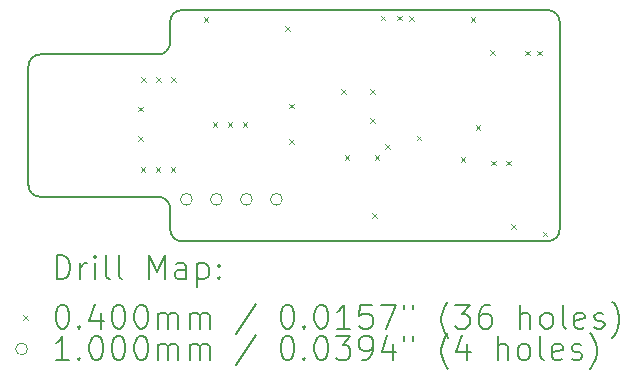
<source format=gbr>
%TF.GenerationSoftware,KiCad,Pcbnew,7.0.2-6a45011f42~172~ubuntu20.04.1*%
%TF.CreationDate,2023-04-23T21:35:08-07:00*%
%TF.ProjectId,SX1280_USB_Adapter,53583132-3830-45f5-9553-425f41646170,rev?*%
%TF.SameCoordinates,Original*%
%TF.FileFunction,Drillmap*%
%TF.FilePolarity,Positive*%
%FSLAX45Y45*%
G04 Gerber Fmt 4.5, Leading zero omitted, Abs format (unit mm)*
G04 Created by KiCad (PCBNEW 7.0.2-6a45011f42~172~ubuntu20.04.1) date 2023-04-23 21:35:08*
%MOMM*%
%LPD*%
G01*
G04 APERTURE LIST*
%ADD10C,0.150000*%
%ADD11C,0.200000*%
%ADD12C,0.040000*%
%ADD13C,0.100000*%
G04 APERTURE END LIST*
D10*
X9773489Y-10811599D02*
G75*
G03*
X9673489Y-10911599I1J-100001D01*
G01*
X10873491Y-12293599D02*
G75*
G03*
X10973489Y-12393599I99999J-1D01*
G01*
X10873489Y-10711599D02*
X10873489Y-10536599D01*
X14071600Y-10436599D02*
X10973489Y-10436599D01*
X10773489Y-10811599D02*
G75*
G03*
X10873489Y-10711599I1J99999D01*
G01*
X9673489Y-10911599D02*
X9673489Y-11917599D01*
X14071600Y-12393599D02*
X10973489Y-12393599D01*
X14171601Y-10536599D02*
G75*
G03*
X14071600Y-10436599I-100001J-1D01*
G01*
X10773489Y-12017599D02*
X9773489Y-12017599D01*
X10873491Y-12117599D02*
G75*
G03*
X10773489Y-12017599I-100001J-1D01*
G01*
X9673491Y-11917599D02*
G75*
G03*
X9773489Y-12017599I99999J-1D01*
G01*
X10973489Y-10436599D02*
G75*
G03*
X10873489Y-10536599I1J-100001D01*
G01*
X9773489Y-10811599D02*
X10773489Y-10811599D01*
X14071600Y-12393600D02*
G75*
G03*
X14171600Y-12293599I0J100000D01*
G01*
X10873489Y-12117599D02*
X10873489Y-12293599D01*
X14171600Y-12293599D02*
X14171600Y-10536599D01*
D11*
D12*
X10604600Y-11254600D02*
X10644600Y-11294600D01*
X10644600Y-11254600D02*
X10604600Y-11294600D01*
X10605000Y-11505000D02*
X10645000Y-11545000D01*
X10645000Y-11505000D02*
X10605000Y-11545000D01*
X10622600Y-11765600D02*
X10662600Y-11805600D01*
X10662600Y-11765600D02*
X10622600Y-11805600D01*
X10630000Y-11005000D02*
X10670000Y-11045000D01*
X10670000Y-11005000D02*
X10630000Y-11045000D01*
X10749600Y-11765600D02*
X10789600Y-11805600D01*
X10789600Y-11765600D02*
X10749600Y-11805600D01*
X10755000Y-11005000D02*
X10795000Y-11045000D01*
X10795000Y-11005000D02*
X10755000Y-11045000D01*
X10876600Y-11765600D02*
X10916600Y-11805600D01*
X10916600Y-11765600D02*
X10876600Y-11805600D01*
X10880000Y-11005000D02*
X10920000Y-11045000D01*
X10920000Y-11005000D02*
X10880000Y-11045000D01*
X11155950Y-10495750D02*
X11195950Y-10535750D01*
X11195950Y-10495750D02*
X11155950Y-10535750D01*
X11232200Y-11384600D02*
X11272200Y-11424600D01*
X11272200Y-11384600D02*
X11232200Y-11424600D01*
X11359200Y-11384600D02*
X11399200Y-11424600D01*
X11399200Y-11384600D02*
X11359200Y-11424600D01*
X11486200Y-11384600D02*
X11526200Y-11424600D01*
X11526200Y-11384600D02*
X11486200Y-11424600D01*
X11850000Y-10570000D02*
X11890000Y-10610000D01*
X11890000Y-10570000D02*
X11850000Y-10610000D01*
X11880000Y-11230000D02*
X11920000Y-11270000D01*
X11920000Y-11230000D02*
X11880000Y-11270000D01*
X11880000Y-11530000D02*
X11920000Y-11570000D01*
X11920000Y-11530000D02*
X11880000Y-11570000D01*
X12320000Y-11105000D02*
X12360000Y-11145000D01*
X12360000Y-11105000D02*
X12320000Y-11145000D01*
X12349800Y-11664000D02*
X12389800Y-11704000D01*
X12389800Y-11664000D02*
X12349800Y-11704000D01*
X12565700Y-11105200D02*
X12605700Y-11145200D01*
X12605700Y-11105200D02*
X12565700Y-11145200D01*
X12567898Y-11348698D02*
X12607898Y-11388698D01*
X12607898Y-11348698D02*
X12567898Y-11388698D01*
X12582700Y-12155000D02*
X12622700Y-12195000D01*
X12622700Y-12155000D02*
X12582700Y-12195000D01*
X12603800Y-11664000D02*
X12643800Y-11704000D01*
X12643800Y-11664000D02*
X12603800Y-11704000D01*
X12654600Y-10482900D02*
X12694600Y-10522900D01*
X12694600Y-10482900D02*
X12654600Y-10522900D01*
X12693950Y-11573850D02*
X12733950Y-11613850D01*
X12733950Y-11573850D02*
X12693950Y-11613850D01*
X12794300Y-10482900D02*
X12834300Y-10522900D01*
X12834300Y-10482900D02*
X12794300Y-10522900D01*
X12895134Y-10485652D02*
X12935134Y-10525652D01*
X12935134Y-10485652D02*
X12895134Y-10525652D01*
X12959400Y-11498900D02*
X12999400Y-11538900D01*
X12999400Y-11498900D02*
X12959400Y-11538900D01*
X13334000Y-11680000D02*
X13374000Y-11720000D01*
X13374000Y-11680000D02*
X13334000Y-11720000D01*
X13416600Y-10495600D02*
X13456600Y-10535600D01*
X13456600Y-10495600D02*
X13416600Y-10535600D01*
X13461000Y-11410000D02*
X13501000Y-11450000D01*
X13501000Y-11410000D02*
X13461000Y-11450000D01*
X13580000Y-10777550D02*
X13620000Y-10817550D01*
X13620000Y-10777550D02*
X13580000Y-10817550D01*
X13589294Y-11710655D02*
X13629294Y-11750655D01*
X13629294Y-11710655D02*
X13589294Y-11750655D01*
X13717000Y-11710400D02*
X13757000Y-11750400D01*
X13757000Y-11710400D02*
X13717000Y-11750400D01*
X13759500Y-12250750D02*
X13799500Y-12290750D01*
X13799500Y-12250750D02*
X13759500Y-12290750D01*
X13880000Y-10780000D02*
X13920000Y-10820000D01*
X13920000Y-10780000D02*
X13880000Y-10820000D01*
X13980000Y-10780000D02*
X14020000Y-10820000D01*
X14020000Y-10780000D02*
X13980000Y-10820000D01*
X14026200Y-12311700D02*
X14066200Y-12351700D01*
X14066200Y-12311700D02*
X14026200Y-12351700D01*
D13*
X11060900Y-12039600D02*
G75*
G03*
X11060900Y-12039600I-50000J0D01*
G01*
X11314900Y-12039600D02*
G75*
G03*
X11314900Y-12039600I-50000J0D01*
G01*
X11568900Y-12039600D02*
G75*
G03*
X11568900Y-12039600I-50000J0D01*
G01*
X11822900Y-12039600D02*
G75*
G03*
X11822900Y-12039600I-50000J0D01*
G01*
D11*
X9913608Y-12713623D02*
X9913608Y-12513623D01*
X9913608Y-12513623D02*
X9961227Y-12513623D01*
X9961227Y-12513623D02*
X9989799Y-12523147D01*
X9989799Y-12523147D02*
X10008846Y-12542194D01*
X10008846Y-12542194D02*
X10018370Y-12561242D01*
X10018370Y-12561242D02*
X10027894Y-12599337D01*
X10027894Y-12599337D02*
X10027894Y-12627909D01*
X10027894Y-12627909D02*
X10018370Y-12666004D01*
X10018370Y-12666004D02*
X10008846Y-12685052D01*
X10008846Y-12685052D02*
X9989799Y-12704099D01*
X9989799Y-12704099D02*
X9961227Y-12713623D01*
X9961227Y-12713623D02*
X9913608Y-12713623D01*
X10113608Y-12713623D02*
X10113608Y-12580290D01*
X10113608Y-12618385D02*
X10123132Y-12599337D01*
X10123132Y-12599337D02*
X10132656Y-12589813D01*
X10132656Y-12589813D02*
X10151704Y-12580290D01*
X10151704Y-12580290D02*
X10170751Y-12580290D01*
X10237418Y-12713623D02*
X10237418Y-12580290D01*
X10237418Y-12513623D02*
X10227894Y-12523147D01*
X10227894Y-12523147D02*
X10237418Y-12532671D01*
X10237418Y-12532671D02*
X10246942Y-12523147D01*
X10246942Y-12523147D02*
X10237418Y-12513623D01*
X10237418Y-12513623D02*
X10237418Y-12532671D01*
X10361227Y-12713623D02*
X10342180Y-12704099D01*
X10342180Y-12704099D02*
X10332656Y-12685052D01*
X10332656Y-12685052D02*
X10332656Y-12513623D01*
X10465989Y-12713623D02*
X10446942Y-12704099D01*
X10446942Y-12704099D02*
X10437418Y-12685052D01*
X10437418Y-12685052D02*
X10437418Y-12513623D01*
X10694561Y-12713623D02*
X10694561Y-12513623D01*
X10694561Y-12513623D02*
X10761227Y-12656480D01*
X10761227Y-12656480D02*
X10827894Y-12513623D01*
X10827894Y-12513623D02*
X10827894Y-12713623D01*
X11008846Y-12713623D02*
X11008846Y-12608861D01*
X11008846Y-12608861D02*
X10999323Y-12589813D01*
X10999323Y-12589813D02*
X10980275Y-12580290D01*
X10980275Y-12580290D02*
X10942180Y-12580290D01*
X10942180Y-12580290D02*
X10923132Y-12589813D01*
X11008846Y-12704099D02*
X10989799Y-12713623D01*
X10989799Y-12713623D02*
X10942180Y-12713623D01*
X10942180Y-12713623D02*
X10923132Y-12704099D01*
X10923132Y-12704099D02*
X10913608Y-12685052D01*
X10913608Y-12685052D02*
X10913608Y-12666004D01*
X10913608Y-12666004D02*
X10923132Y-12646956D01*
X10923132Y-12646956D02*
X10942180Y-12637433D01*
X10942180Y-12637433D02*
X10989799Y-12637433D01*
X10989799Y-12637433D02*
X11008846Y-12627909D01*
X11104085Y-12580290D02*
X11104085Y-12780290D01*
X11104085Y-12589813D02*
X11123132Y-12580290D01*
X11123132Y-12580290D02*
X11161227Y-12580290D01*
X11161227Y-12580290D02*
X11180275Y-12589813D01*
X11180275Y-12589813D02*
X11189799Y-12599337D01*
X11189799Y-12599337D02*
X11199323Y-12618385D01*
X11199323Y-12618385D02*
X11199323Y-12675528D01*
X11199323Y-12675528D02*
X11189799Y-12694575D01*
X11189799Y-12694575D02*
X11180275Y-12704099D01*
X11180275Y-12704099D02*
X11161227Y-12713623D01*
X11161227Y-12713623D02*
X11123132Y-12713623D01*
X11123132Y-12713623D02*
X11104085Y-12704099D01*
X11285037Y-12694575D02*
X11294561Y-12704099D01*
X11294561Y-12704099D02*
X11285037Y-12713623D01*
X11285037Y-12713623D02*
X11275513Y-12704099D01*
X11275513Y-12704099D02*
X11285037Y-12694575D01*
X11285037Y-12694575D02*
X11285037Y-12713623D01*
X11285037Y-12589813D02*
X11294561Y-12599337D01*
X11294561Y-12599337D02*
X11285037Y-12608861D01*
X11285037Y-12608861D02*
X11275513Y-12599337D01*
X11275513Y-12599337D02*
X11285037Y-12589813D01*
X11285037Y-12589813D02*
X11285037Y-12608861D01*
D12*
X9625989Y-13021099D02*
X9665989Y-13061099D01*
X9665989Y-13021099D02*
X9625989Y-13061099D01*
D11*
X9951704Y-12933623D02*
X9970751Y-12933623D01*
X9970751Y-12933623D02*
X9989799Y-12943147D01*
X9989799Y-12943147D02*
X9999323Y-12952671D01*
X9999323Y-12952671D02*
X10008846Y-12971718D01*
X10008846Y-12971718D02*
X10018370Y-13009813D01*
X10018370Y-13009813D02*
X10018370Y-13057433D01*
X10018370Y-13057433D02*
X10008846Y-13095528D01*
X10008846Y-13095528D02*
X9999323Y-13114575D01*
X9999323Y-13114575D02*
X9989799Y-13124099D01*
X9989799Y-13124099D02*
X9970751Y-13133623D01*
X9970751Y-13133623D02*
X9951704Y-13133623D01*
X9951704Y-13133623D02*
X9932656Y-13124099D01*
X9932656Y-13124099D02*
X9923132Y-13114575D01*
X9923132Y-13114575D02*
X9913608Y-13095528D01*
X9913608Y-13095528D02*
X9904085Y-13057433D01*
X9904085Y-13057433D02*
X9904085Y-13009813D01*
X9904085Y-13009813D02*
X9913608Y-12971718D01*
X9913608Y-12971718D02*
X9923132Y-12952671D01*
X9923132Y-12952671D02*
X9932656Y-12943147D01*
X9932656Y-12943147D02*
X9951704Y-12933623D01*
X10104085Y-13114575D02*
X10113608Y-13124099D01*
X10113608Y-13124099D02*
X10104085Y-13133623D01*
X10104085Y-13133623D02*
X10094561Y-13124099D01*
X10094561Y-13124099D02*
X10104085Y-13114575D01*
X10104085Y-13114575D02*
X10104085Y-13133623D01*
X10285037Y-13000290D02*
X10285037Y-13133623D01*
X10237418Y-12924099D02*
X10189799Y-13066956D01*
X10189799Y-13066956D02*
X10313608Y-13066956D01*
X10427894Y-12933623D02*
X10446942Y-12933623D01*
X10446942Y-12933623D02*
X10465989Y-12943147D01*
X10465989Y-12943147D02*
X10475513Y-12952671D01*
X10475513Y-12952671D02*
X10485037Y-12971718D01*
X10485037Y-12971718D02*
X10494561Y-13009813D01*
X10494561Y-13009813D02*
X10494561Y-13057433D01*
X10494561Y-13057433D02*
X10485037Y-13095528D01*
X10485037Y-13095528D02*
X10475513Y-13114575D01*
X10475513Y-13114575D02*
X10465989Y-13124099D01*
X10465989Y-13124099D02*
X10446942Y-13133623D01*
X10446942Y-13133623D02*
X10427894Y-13133623D01*
X10427894Y-13133623D02*
X10408846Y-13124099D01*
X10408846Y-13124099D02*
X10399323Y-13114575D01*
X10399323Y-13114575D02*
X10389799Y-13095528D01*
X10389799Y-13095528D02*
X10380275Y-13057433D01*
X10380275Y-13057433D02*
X10380275Y-13009813D01*
X10380275Y-13009813D02*
X10389799Y-12971718D01*
X10389799Y-12971718D02*
X10399323Y-12952671D01*
X10399323Y-12952671D02*
X10408846Y-12943147D01*
X10408846Y-12943147D02*
X10427894Y-12933623D01*
X10618370Y-12933623D02*
X10637418Y-12933623D01*
X10637418Y-12933623D02*
X10656466Y-12943147D01*
X10656466Y-12943147D02*
X10665989Y-12952671D01*
X10665989Y-12952671D02*
X10675513Y-12971718D01*
X10675513Y-12971718D02*
X10685037Y-13009813D01*
X10685037Y-13009813D02*
X10685037Y-13057433D01*
X10685037Y-13057433D02*
X10675513Y-13095528D01*
X10675513Y-13095528D02*
X10665989Y-13114575D01*
X10665989Y-13114575D02*
X10656466Y-13124099D01*
X10656466Y-13124099D02*
X10637418Y-13133623D01*
X10637418Y-13133623D02*
X10618370Y-13133623D01*
X10618370Y-13133623D02*
X10599323Y-13124099D01*
X10599323Y-13124099D02*
X10589799Y-13114575D01*
X10589799Y-13114575D02*
X10580275Y-13095528D01*
X10580275Y-13095528D02*
X10570751Y-13057433D01*
X10570751Y-13057433D02*
X10570751Y-13009813D01*
X10570751Y-13009813D02*
X10580275Y-12971718D01*
X10580275Y-12971718D02*
X10589799Y-12952671D01*
X10589799Y-12952671D02*
X10599323Y-12943147D01*
X10599323Y-12943147D02*
X10618370Y-12933623D01*
X10770751Y-13133623D02*
X10770751Y-13000290D01*
X10770751Y-13019337D02*
X10780275Y-13009813D01*
X10780275Y-13009813D02*
X10799323Y-13000290D01*
X10799323Y-13000290D02*
X10827894Y-13000290D01*
X10827894Y-13000290D02*
X10846942Y-13009813D01*
X10846942Y-13009813D02*
X10856466Y-13028861D01*
X10856466Y-13028861D02*
X10856466Y-13133623D01*
X10856466Y-13028861D02*
X10865989Y-13009813D01*
X10865989Y-13009813D02*
X10885037Y-13000290D01*
X10885037Y-13000290D02*
X10913608Y-13000290D01*
X10913608Y-13000290D02*
X10932656Y-13009813D01*
X10932656Y-13009813D02*
X10942180Y-13028861D01*
X10942180Y-13028861D02*
X10942180Y-13133623D01*
X11037418Y-13133623D02*
X11037418Y-13000290D01*
X11037418Y-13019337D02*
X11046942Y-13009813D01*
X11046942Y-13009813D02*
X11065989Y-13000290D01*
X11065989Y-13000290D02*
X11094561Y-13000290D01*
X11094561Y-13000290D02*
X11113608Y-13009813D01*
X11113608Y-13009813D02*
X11123132Y-13028861D01*
X11123132Y-13028861D02*
X11123132Y-13133623D01*
X11123132Y-13028861D02*
X11132656Y-13009813D01*
X11132656Y-13009813D02*
X11151704Y-13000290D01*
X11151704Y-13000290D02*
X11180275Y-13000290D01*
X11180275Y-13000290D02*
X11199323Y-13009813D01*
X11199323Y-13009813D02*
X11208846Y-13028861D01*
X11208846Y-13028861D02*
X11208846Y-13133623D01*
X11599323Y-12924099D02*
X11427894Y-13181242D01*
X11856466Y-12933623D02*
X11875513Y-12933623D01*
X11875513Y-12933623D02*
X11894561Y-12943147D01*
X11894561Y-12943147D02*
X11904085Y-12952671D01*
X11904085Y-12952671D02*
X11913608Y-12971718D01*
X11913608Y-12971718D02*
X11923132Y-13009813D01*
X11923132Y-13009813D02*
X11923132Y-13057433D01*
X11923132Y-13057433D02*
X11913608Y-13095528D01*
X11913608Y-13095528D02*
X11904085Y-13114575D01*
X11904085Y-13114575D02*
X11894561Y-13124099D01*
X11894561Y-13124099D02*
X11875513Y-13133623D01*
X11875513Y-13133623D02*
X11856466Y-13133623D01*
X11856466Y-13133623D02*
X11837418Y-13124099D01*
X11837418Y-13124099D02*
X11827894Y-13114575D01*
X11827894Y-13114575D02*
X11818370Y-13095528D01*
X11818370Y-13095528D02*
X11808847Y-13057433D01*
X11808847Y-13057433D02*
X11808847Y-13009813D01*
X11808847Y-13009813D02*
X11818370Y-12971718D01*
X11818370Y-12971718D02*
X11827894Y-12952671D01*
X11827894Y-12952671D02*
X11837418Y-12943147D01*
X11837418Y-12943147D02*
X11856466Y-12933623D01*
X12008847Y-13114575D02*
X12018370Y-13124099D01*
X12018370Y-13124099D02*
X12008847Y-13133623D01*
X12008847Y-13133623D02*
X11999323Y-13124099D01*
X11999323Y-13124099D02*
X12008847Y-13114575D01*
X12008847Y-13114575D02*
X12008847Y-13133623D01*
X12142180Y-12933623D02*
X12161228Y-12933623D01*
X12161228Y-12933623D02*
X12180275Y-12943147D01*
X12180275Y-12943147D02*
X12189799Y-12952671D01*
X12189799Y-12952671D02*
X12199323Y-12971718D01*
X12199323Y-12971718D02*
X12208847Y-13009813D01*
X12208847Y-13009813D02*
X12208847Y-13057433D01*
X12208847Y-13057433D02*
X12199323Y-13095528D01*
X12199323Y-13095528D02*
X12189799Y-13114575D01*
X12189799Y-13114575D02*
X12180275Y-13124099D01*
X12180275Y-13124099D02*
X12161228Y-13133623D01*
X12161228Y-13133623D02*
X12142180Y-13133623D01*
X12142180Y-13133623D02*
X12123132Y-13124099D01*
X12123132Y-13124099D02*
X12113608Y-13114575D01*
X12113608Y-13114575D02*
X12104085Y-13095528D01*
X12104085Y-13095528D02*
X12094561Y-13057433D01*
X12094561Y-13057433D02*
X12094561Y-13009813D01*
X12094561Y-13009813D02*
X12104085Y-12971718D01*
X12104085Y-12971718D02*
X12113608Y-12952671D01*
X12113608Y-12952671D02*
X12123132Y-12943147D01*
X12123132Y-12943147D02*
X12142180Y-12933623D01*
X12399323Y-13133623D02*
X12285037Y-13133623D01*
X12342180Y-13133623D02*
X12342180Y-12933623D01*
X12342180Y-12933623D02*
X12323132Y-12962194D01*
X12323132Y-12962194D02*
X12304085Y-12981242D01*
X12304085Y-12981242D02*
X12285037Y-12990766D01*
X12580275Y-12933623D02*
X12485037Y-12933623D01*
X12485037Y-12933623D02*
X12475513Y-13028861D01*
X12475513Y-13028861D02*
X12485037Y-13019337D01*
X12485037Y-13019337D02*
X12504085Y-13009813D01*
X12504085Y-13009813D02*
X12551704Y-13009813D01*
X12551704Y-13009813D02*
X12570751Y-13019337D01*
X12570751Y-13019337D02*
X12580275Y-13028861D01*
X12580275Y-13028861D02*
X12589799Y-13047909D01*
X12589799Y-13047909D02*
X12589799Y-13095528D01*
X12589799Y-13095528D02*
X12580275Y-13114575D01*
X12580275Y-13114575D02*
X12570751Y-13124099D01*
X12570751Y-13124099D02*
X12551704Y-13133623D01*
X12551704Y-13133623D02*
X12504085Y-13133623D01*
X12504085Y-13133623D02*
X12485037Y-13124099D01*
X12485037Y-13124099D02*
X12475513Y-13114575D01*
X12656466Y-12933623D02*
X12789799Y-12933623D01*
X12789799Y-12933623D02*
X12704085Y-13133623D01*
X12856466Y-12933623D02*
X12856466Y-12971718D01*
X12932656Y-12933623D02*
X12932656Y-12971718D01*
X13227894Y-13209813D02*
X13218370Y-13200290D01*
X13218370Y-13200290D02*
X13199323Y-13171718D01*
X13199323Y-13171718D02*
X13189799Y-13152671D01*
X13189799Y-13152671D02*
X13180275Y-13124099D01*
X13180275Y-13124099D02*
X13170751Y-13076480D01*
X13170751Y-13076480D02*
X13170751Y-13038385D01*
X13170751Y-13038385D02*
X13180275Y-12990766D01*
X13180275Y-12990766D02*
X13189799Y-12962194D01*
X13189799Y-12962194D02*
X13199323Y-12943147D01*
X13199323Y-12943147D02*
X13218370Y-12914575D01*
X13218370Y-12914575D02*
X13227894Y-12905052D01*
X13285037Y-12933623D02*
X13408847Y-12933623D01*
X13408847Y-12933623D02*
X13342180Y-13009813D01*
X13342180Y-13009813D02*
X13370751Y-13009813D01*
X13370751Y-13009813D02*
X13389799Y-13019337D01*
X13389799Y-13019337D02*
X13399323Y-13028861D01*
X13399323Y-13028861D02*
X13408847Y-13047909D01*
X13408847Y-13047909D02*
X13408847Y-13095528D01*
X13408847Y-13095528D02*
X13399323Y-13114575D01*
X13399323Y-13114575D02*
X13389799Y-13124099D01*
X13389799Y-13124099D02*
X13370751Y-13133623D01*
X13370751Y-13133623D02*
X13313609Y-13133623D01*
X13313609Y-13133623D02*
X13294561Y-13124099D01*
X13294561Y-13124099D02*
X13285037Y-13114575D01*
X13580275Y-12933623D02*
X13542180Y-12933623D01*
X13542180Y-12933623D02*
X13523132Y-12943147D01*
X13523132Y-12943147D02*
X13513609Y-12952671D01*
X13513609Y-12952671D02*
X13494561Y-12981242D01*
X13494561Y-12981242D02*
X13485037Y-13019337D01*
X13485037Y-13019337D02*
X13485037Y-13095528D01*
X13485037Y-13095528D02*
X13494561Y-13114575D01*
X13494561Y-13114575D02*
X13504085Y-13124099D01*
X13504085Y-13124099D02*
X13523132Y-13133623D01*
X13523132Y-13133623D02*
X13561228Y-13133623D01*
X13561228Y-13133623D02*
X13580275Y-13124099D01*
X13580275Y-13124099D02*
X13589799Y-13114575D01*
X13589799Y-13114575D02*
X13599323Y-13095528D01*
X13599323Y-13095528D02*
X13599323Y-13047909D01*
X13599323Y-13047909D02*
X13589799Y-13028861D01*
X13589799Y-13028861D02*
X13580275Y-13019337D01*
X13580275Y-13019337D02*
X13561228Y-13009813D01*
X13561228Y-13009813D02*
X13523132Y-13009813D01*
X13523132Y-13009813D02*
X13504085Y-13019337D01*
X13504085Y-13019337D02*
X13494561Y-13028861D01*
X13494561Y-13028861D02*
X13485037Y-13047909D01*
X13837418Y-13133623D02*
X13837418Y-12933623D01*
X13923132Y-13133623D02*
X13923132Y-13028861D01*
X13923132Y-13028861D02*
X13913609Y-13009813D01*
X13913609Y-13009813D02*
X13894561Y-13000290D01*
X13894561Y-13000290D02*
X13865990Y-13000290D01*
X13865990Y-13000290D02*
X13846942Y-13009813D01*
X13846942Y-13009813D02*
X13837418Y-13019337D01*
X14046942Y-13133623D02*
X14027894Y-13124099D01*
X14027894Y-13124099D02*
X14018371Y-13114575D01*
X14018371Y-13114575D02*
X14008847Y-13095528D01*
X14008847Y-13095528D02*
X14008847Y-13038385D01*
X14008847Y-13038385D02*
X14018371Y-13019337D01*
X14018371Y-13019337D02*
X14027894Y-13009813D01*
X14027894Y-13009813D02*
X14046942Y-13000290D01*
X14046942Y-13000290D02*
X14075513Y-13000290D01*
X14075513Y-13000290D02*
X14094561Y-13009813D01*
X14094561Y-13009813D02*
X14104085Y-13019337D01*
X14104085Y-13019337D02*
X14113609Y-13038385D01*
X14113609Y-13038385D02*
X14113609Y-13095528D01*
X14113609Y-13095528D02*
X14104085Y-13114575D01*
X14104085Y-13114575D02*
X14094561Y-13124099D01*
X14094561Y-13124099D02*
X14075513Y-13133623D01*
X14075513Y-13133623D02*
X14046942Y-13133623D01*
X14227894Y-13133623D02*
X14208847Y-13124099D01*
X14208847Y-13124099D02*
X14199323Y-13105052D01*
X14199323Y-13105052D02*
X14199323Y-12933623D01*
X14380275Y-13124099D02*
X14361228Y-13133623D01*
X14361228Y-13133623D02*
X14323132Y-13133623D01*
X14323132Y-13133623D02*
X14304085Y-13124099D01*
X14304085Y-13124099D02*
X14294561Y-13105052D01*
X14294561Y-13105052D02*
X14294561Y-13028861D01*
X14294561Y-13028861D02*
X14304085Y-13009813D01*
X14304085Y-13009813D02*
X14323132Y-13000290D01*
X14323132Y-13000290D02*
X14361228Y-13000290D01*
X14361228Y-13000290D02*
X14380275Y-13009813D01*
X14380275Y-13009813D02*
X14389799Y-13028861D01*
X14389799Y-13028861D02*
X14389799Y-13047909D01*
X14389799Y-13047909D02*
X14294561Y-13066956D01*
X14465990Y-13124099D02*
X14485037Y-13133623D01*
X14485037Y-13133623D02*
X14523132Y-13133623D01*
X14523132Y-13133623D02*
X14542180Y-13124099D01*
X14542180Y-13124099D02*
X14551704Y-13105052D01*
X14551704Y-13105052D02*
X14551704Y-13095528D01*
X14551704Y-13095528D02*
X14542180Y-13076480D01*
X14542180Y-13076480D02*
X14523132Y-13066956D01*
X14523132Y-13066956D02*
X14494561Y-13066956D01*
X14494561Y-13066956D02*
X14475513Y-13057433D01*
X14475513Y-13057433D02*
X14465990Y-13038385D01*
X14465990Y-13038385D02*
X14465990Y-13028861D01*
X14465990Y-13028861D02*
X14475513Y-13009813D01*
X14475513Y-13009813D02*
X14494561Y-13000290D01*
X14494561Y-13000290D02*
X14523132Y-13000290D01*
X14523132Y-13000290D02*
X14542180Y-13009813D01*
X14618371Y-13209813D02*
X14627894Y-13200290D01*
X14627894Y-13200290D02*
X14646942Y-13171718D01*
X14646942Y-13171718D02*
X14656466Y-13152671D01*
X14656466Y-13152671D02*
X14665990Y-13124099D01*
X14665990Y-13124099D02*
X14675513Y-13076480D01*
X14675513Y-13076480D02*
X14675513Y-13038385D01*
X14675513Y-13038385D02*
X14665990Y-12990766D01*
X14665990Y-12990766D02*
X14656466Y-12962194D01*
X14656466Y-12962194D02*
X14646942Y-12943147D01*
X14646942Y-12943147D02*
X14627894Y-12914575D01*
X14627894Y-12914575D02*
X14618371Y-12905052D01*
D13*
X9665989Y-13305099D02*
G75*
G03*
X9665989Y-13305099I-50000J0D01*
G01*
D11*
X10018370Y-13397623D02*
X9904085Y-13397623D01*
X9961227Y-13397623D02*
X9961227Y-13197623D01*
X9961227Y-13197623D02*
X9942180Y-13226194D01*
X9942180Y-13226194D02*
X9923132Y-13245242D01*
X9923132Y-13245242D02*
X9904085Y-13254766D01*
X10104085Y-13378575D02*
X10113608Y-13388099D01*
X10113608Y-13388099D02*
X10104085Y-13397623D01*
X10104085Y-13397623D02*
X10094561Y-13388099D01*
X10094561Y-13388099D02*
X10104085Y-13378575D01*
X10104085Y-13378575D02*
X10104085Y-13397623D01*
X10237418Y-13197623D02*
X10256466Y-13197623D01*
X10256466Y-13197623D02*
X10275513Y-13207147D01*
X10275513Y-13207147D02*
X10285037Y-13216671D01*
X10285037Y-13216671D02*
X10294561Y-13235718D01*
X10294561Y-13235718D02*
X10304085Y-13273813D01*
X10304085Y-13273813D02*
X10304085Y-13321433D01*
X10304085Y-13321433D02*
X10294561Y-13359528D01*
X10294561Y-13359528D02*
X10285037Y-13378575D01*
X10285037Y-13378575D02*
X10275513Y-13388099D01*
X10275513Y-13388099D02*
X10256466Y-13397623D01*
X10256466Y-13397623D02*
X10237418Y-13397623D01*
X10237418Y-13397623D02*
X10218370Y-13388099D01*
X10218370Y-13388099D02*
X10208846Y-13378575D01*
X10208846Y-13378575D02*
X10199323Y-13359528D01*
X10199323Y-13359528D02*
X10189799Y-13321433D01*
X10189799Y-13321433D02*
X10189799Y-13273813D01*
X10189799Y-13273813D02*
X10199323Y-13235718D01*
X10199323Y-13235718D02*
X10208846Y-13216671D01*
X10208846Y-13216671D02*
X10218370Y-13207147D01*
X10218370Y-13207147D02*
X10237418Y-13197623D01*
X10427894Y-13197623D02*
X10446942Y-13197623D01*
X10446942Y-13197623D02*
X10465989Y-13207147D01*
X10465989Y-13207147D02*
X10475513Y-13216671D01*
X10475513Y-13216671D02*
X10485037Y-13235718D01*
X10485037Y-13235718D02*
X10494561Y-13273813D01*
X10494561Y-13273813D02*
X10494561Y-13321433D01*
X10494561Y-13321433D02*
X10485037Y-13359528D01*
X10485037Y-13359528D02*
X10475513Y-13378575D01*
X10475513Y-13378575D02*
X10465989Y-13388099D01*
X10465989Y-13388099D02*
X10446942Y-13397623D01*
X10446942Y-13397623D02*
X10427894Y-13397623D01*
X10427894Y-13397623D02*
X10408846Y-13388099D01*
X10408846Y-13388099D02*
X10399323Y-13378575D01*
X10399323Y-13378575D02*
X10389799Y-13359528D01*
X10389799Y-13359528D02*
X10380275Y-13321433D01*
X10380275Y-13321433D02*
X10380275Y-13273813D01*
X10380275Y-13273813D02*
X10389799Y-13235718D01*
X10389799Y-13235718D02*
X10399323Y-13216671D01*
X10399323Y-13216671D02*
X10408846Y-13207147D01*
X10408846Y-13207147D02*
X10427894Y-13197623D01*
X10618370Y-13197623D02*
X10637418Y-13197623D01*
X10637418Y-13197623D02*
X10656466Y-13207147D01*
X10656466Y-13207147D02*
X10665989Y-13216671D01*
X10665989Y-13216671D02*
X10675513Y-13235718D01*
X10675513Y-13235718D02*
X10685037Y-13273813D01*
X10685037Y-13273813D02*
X10685037Y-13321433D01*
X10685037Y-13321433D02*
X10675513Y-13359528D01*
X10675513Y-13359528D02*
X10665989Y-13378575D01*
X10665989Y-13378575D02*
X10656466Y-13388099D01*
X10656466Y-13388099D02*
X10637418Y-13397623D01*
X10637418Y-13397623D02*
X10618370Y-13397623D01*
X10618370Y-13397623D02*
X10599323Y-13388099D01*
X10599323Y-13388099D02*
X10589799Y-13378575D01*
X10589799Y-13378575D02*
X10580275Y-13359528D01*
X10580275Y-13359528D02*
X10570751Y-13321433D01*
X10570751Y-13321433D02*
X10570751Y-13273813D01*
X10570751Y-13273813D02*
X10580275Y-13235718D01*
X10580275Y-13235718D02*
X10589799Y-13216671D01*
X10589799Y-13216671D02*
X10599323Y-13207147D01*
X10599323Y-13207147D02*
X10618370Y-13197623D01*
X10770751Y-13397623D02*
X10770751Y-13264290D01*
X10770751Y-13283337D02*
X10780275Y-13273813D01*
X10780275Y-13273813D02*
X10799323Y-13264290D01*
X10799323Y-13264290D02*
X10827894Y-13264290D01*
X10827894Y-13264290D02*
X10846942Y-13273813D01*
X10846942Y-13273813D02*
X10856466Y-13292861D01*
X10856466Y-13292861D02*
X10856466Y-13397623D01*
X10856466Y-13292861D02*
X10865989Y-13273813D01*
X10865989Y-13273813D02*
X10885037Y-13264290D01*
X10885037Y-13264290D02*
X10913608Y-13264290D01*
X10913608Y-13264290D02*
X10932656Y-13273813D01*
X10932656Y-13273813D02*
X10942180Y-13292861D01*
X10942180Y-13292861D02*
X10942180Y-13397623D01*
X11037418Y-13397623D02*
X11037418Y-13264290D01*
X11037418Y-13283337D02*
X11046942Y-13273813D01*
X11046942Y-13273813D02*
X11065989Y-13264290D01*
X11065989Y-13264290D02*
X11094561Y-13264290D01*
X11094561Y-13264290D02*
X11113608Y-13273813D01*
X11113608Y-13273813D02*
X11123132Y-13292861D01*
X11123132Y-13292861D02*
X11123132Y-13397623D01*
X11123132Y-13292861D02*
X11132656Y-13273813D01*
X11132656Y-13273813D02*
X11151704Y-13264290D01*
X11151704Y-13264290D02*
X11180275Y-13264290D01*
X11180275Y-13264290D02*
X11199323Y-13273813D01*
X11199323Y-13273813D02*
X11208846Y-13292861D01*
X11208846Y-13292861D02*
X11208846Y-13397623D01*
X11599323Y-13188099D02*
X11427894Y-13445242D01*
X11856466Y-13197623D02*
X11875513Y-13197623D01*
X11875513Y-13197623D02*
X11894561Y-13207147D01*
X11894561Y-13207147D02*
X11904085Y-13216671D01*
X11904085Y-13216671D02*
X11913608Y-13235718D01*
X11913608Y-13235718D02*
X11923132Y-13273813D01*
X11923132Y-13273813D02*
X11923132Y-13321433D01*
X11923132Y-13321433D02*
X11913608Y-13359528D01*
X11913608Y-13359528D02*
X11904085Y-13378575D01*
X11904085Y-13378575D02*
X11894561Y-13388099D01*
X11894561Y-13388099D02*
X11875513Y-13397623D01*
X11875513Y-13397623D02*
X11856466Y-13397623D01*
X11856466Y-13397623D02*
X11837418Y-13388099D01*
X11837418Y-13388099D02*
X11827894Y-13378575D01*
X11827894Y-13378575D02*
X11818370Y-13359528D01*
X11818370Y-13359528D02*
X11808847Y-13321433D01*
X11808847Y-13321433D02*
X11808847Y-13273813D01*
X11808847Y-13273813D02*
X11818370Y-13235718D01*
X11818370Y-13235718D02*
X11827894Y-13216671D01*
X11827894Y-13216671D02*
X11837418Y-13207147D01*
X11837418Y-13207147D02*
X11856466Y-13197623D01*
X12008847Y-13378575D02*
X12018370Y-13388099D01*
X12018370Y-13388099D02*
X12008847Y-13397623D01*
X12008847Y-13397623D02*
X11999323Y-13388099D01*
X11999323Y-13388099D02*
X12008847Y-13378575D01*
X12008847Y-13378575D02*
X12008847Y-13397623D01*
X12142180Y-13197623D02*
X12161228Y-13197623D01*
X12161228Y-13197623D02*
X12180275Y-13207147D01*
X12180275Y-13207147D02*
X12189799Y-13216671D01*
X12189799Y-13216671D02*
X12199323Y-13235718D01*
X12199323Y-13235718D02*
X12208847Y-13273813D01*
X12208847Y-13273813D02*
X12208847Y-13321433D01*
X12208847Y-13321433D02*
X12199323Y-13359528D01*
X12199323Y-13359528D02*
X12189799Y-13378575D01*
X12189799Y-13378575D02*
X12180275Y-13388099D01*
X12180275Y-13388099D02*
X12161228Y-13397623D01*
X12161228Y-13397623D02*
X12142180Y-13397623D01*
X12142180Y-13397623D02*
X12123132Y-13388099D01*
X12123132Y-13388099D02*
X12113608Y-13378575D01*
X12113608Y-13378575D02*
X12104085Y-13359528D01*
X12104085Y-13359528D02*
X12094561Y-13321433D01*
X12094561Y-13321433D02*
X12094561Y-13273813D01*
X12094561Y-13273813D02*
X12104085Y-13235718D01*
X12104085Y-13235718D02*
X12113608Y-13216671D01*
X12113608Y-13216671D02*
X12123132Y-13207147D01*
X12123132Y-13207147D02*
X12142180Y-13197623D01*
X12275513Y-13197623D02*
X12399323Y-13197623D01*
X12399323Y-13197623D02*
X12332656Y-13273813D01*
X12332656Y-13273813D02*
X12361228Y-13273813D01*
X12361228Y-13273813D02*
X12380275Y-13283337D01*
X12380275Y-13283337D02*
X12389799Y-13292861D01*
X12389799Y-13292861D02*
X12399323Y-13311909D01*
X12399323Y-13311909D02*
X12399323Y-13359528D01*
X12399323Y-13359528D02*
X12389799Y-13378575D01*
X12389799Y-13378575D02*
X12380275Y-13388099D01*
X12380275Y-13388099D02*
X12361228Y-13397623D01*
X12361228Y-13397623D02*
X12304085Y-13397623D01*
X12304085Y-13397623D02*
X12285037Y-13388099D01*
X12285037Y-13388099D02*
X12275513Y-13378575D01*
X12494561Y-13397623D02*
X12532656Y-13397623D01*
X12532656Y-13397623D02*
X12551704Y-13388099D01*
X12551704Y-13388099D02*
X12561228Y-13378575D01*
X12561228Y-13378575D02*
X12580275Y-13350004D01*
X12580275Y-13350004D02*
X12589799Y-13311909D01*
X12589799Y-13311909D02*
X12589799Y-13235718D01*
X12589799Y-13235718D02*
X12580275Y-13216671D01*
X12580275Y-13216671D02*
X12570751Y-13207147D01*
X12570751Y-13207147D02*
X12551704Y-13197623D01*
X12551704Y-13197623D02*
X12513608Y-13197623D01*
X12513608Y-13197623D02*
X12494561Y-13207147D01*
X12494561Y-13207147D02*
X12485037Y-13216671D01*
X12485037Y-13216671D02*
X12475513Y-13235718D01*
X12475513Y-13235718D02*
X12475513Y-13283337D01*
X12475513Y-13283337D02*
X12485037Y-13302385D01*
X12485037Y-13302385D02*
X12494561Y-13311909D01*
X12494561Y-13311909D02*
X12513608Y-13321433D01*
X12513608Y-13321433D02*
X12551704Y-13321433D01*
X12551704Y-13321433D02*
X12570751Y-13311909D01*
X12570751Y-13311909D02*
X12580275Y-13302385D01*
X12580275Y-13302385D02*
X12589799Y-13283337D01*
X12761228Y-13264290D02*
X12761228Y-13397623D01*
X12713608Y-13188099D02*
X12665989Y-13330956D01*
X12665989Y-13330956D02*
X12789799Y-13330956D01*
X12856466Y-13197623D02*
X12856466Y-13235718D01*
X12932656Y-13197623D02*
X12932656Y-13235718D01*
X13227894Y-13473813D02*
X13218370Y-13464290D01*
X13218370Y-13464290D02*
X13199323Y-13435718D01*
X13199323Y-13435718D02*
X13189799Y-13416671D01*
X13189799Y-13416671D02*
X13180275Y-13388099D01*
X13180275Y-13388099D02*
X13170751Y-13340480D01*
X13170751Y-13340480D02*
X13170751Y-13302385D01*
X13170751Y-13302385D02*
X13180275Y-13254766D01*
X13180275Y-13254766D02*
X13189799Y-13226194D01*
X13189799Y-13226194D02*
X13199323Y-13207147D01*
X13199323Y-13207147D02*
X13218370Y-13178575D01*
X13218370Y-13178575D02*
X13227894Y-13169052D01*
X13389799Y-13264290D02*
X13389799Y-13397623D01*
X13342180Y-13188099D02*
X13294561Y-13330956D01*
X13294561Y-13330956D02*
X13418370Y-13330956D01*
X13646942Y-13397623D02*
X13646942Y-13197623D01*
X13732656Y-13397623D02*
X13732656Y-13292861D01*
X13732656Y-13292861D02*
X13723132Y-13273813D01*
X13723132Y-13273813D02*
X13704085Y-13264290D01*
X13704085Y-13264290D02*
X13675513Y-13264290D01*
X13675513Y-13264290D02*
X13656466Y-13273813D01*
X13656466Y-13273813D02*
X13646942Y-13283337D01*
X13856466Y-13397623D02*
X13837418Y-13388099D01*
X13837418Y-13388099D02*
X13827894Y-13378575D01*
X13827894Y-13378575D02*
X13818371Y-13359528D01*
X13818371Y-13359528D02*
X13818371Y-13302385D01*
X13818371Y-13302385D02*
X13827894Y-13283337D01*
X13827894Y-13283337D02*
X13837418Y-13273813D01*
X13837418Y-13273813D02*
X13856466Y-13264290D01*
X13856466Y-13264290D02*
X13885037Y-13264290D01*
X13885037Y-13264290D02*
X13904085Y-13273813D01*
X13904085Y-13273813D02*
X13913609Y-13283337D01*
X13913609Y-13283337D02*
X13923132Y-13302385D01*
X13923132Y-13302385D02*
X13923132Y-13359528D01*
X13923132Y-13359528D02*
X13913609Y-13378575D01*
X13913609Y-13378575D02*
X13904085Y-13388099D01*
X13904085Y-13388099D02*
X13885037Y-13397623D01*
X13885037Y-13397623D02*
X13856466Y-13397623D01*
X14037418Y-13397623D02*
X14018371Y-13388099D01*
X14018371Y-13388099D02*
X14008847Y-13369052D01*
X14008847Y-13369052D02*
X14008847Y-13197623D01*
X14189799Y-13388099D02*
X14170752Y-13397623D01*
X14170752Y-13397623D02*
X14132656Y-13397623D01*
X14132656Y-13397623D02*
X14113609Y-13388099D01*
X14113609Y-13388099D02*
X14104085Y-13369052D01*
X14104085Y-13369052D02*
X14104085Y-13292861D01*
X14104085Y-13292861D02*
X14113609Y-13273813D01*
X14113609Y-13273813D02*
X14132656Y-13264290D01*
X14132656Y-13264290D02*
X14170752Y-13264290D01*
X14170752Y-13264290D02*
X14189799Y-13273813D01*
X14189799Y-13273813D02*
X14199323Y-13292861D01*
X14199323Y-13292861D02*
X14199323Y-13311909D01*
X14199323Y-13311909D02*
X14104085Y-13330956D01*
X14275513Y-13388099D02*
X14294561Y-13397623D01*
X14294561Y-13397623D02*
X14332656Y-13397623D01*
X14332656Y-13397623D02*
X14351704Y-13388099D01*
X14351704Y-13388099D02*
X14361228Y-13369052D01*
X14361228Y-13369052D02*
X14361228Y-13359528D01*
X14361228Y-13359528D02*
X14351704Y-13340480D01*
X14351704Y-13340480D02*
X14332656Y-13330956D01*
X14332656Y-13330956D02*
X14304085Y-13330956D01*
X14304085Y-13330956D02*
X14285037Y-13321433D01*
X14285037Y-13321433D02*
X14275513Y-13302385D01*
X14275513Y-13302385D02*
X14275513Y-13292861D01*
X14275513Y-13292861D02*
X14285037Y-13273813D01*
X14285037Y-13273813D02*
X14304085Y-13264290D01*
X14304085Y-13264290D02*
X14332656Y-13264290D01*
X14332656Y-13264290D02*
X14351704Y-13273813D01*
X14427894Y-13473813D02*
X14437418Y-13464290D01*
X14437418Y-13464290D02*
X14456466Y-13435718D01*
X14456466Y-13435718D02*
X14465990Y-13416671D01*
X14465990Y-13416671D02*
X14475513Y-13388099D01*
X14475513Y-13388099D02*
X14485037Y-13340480D01*
X14485037Y-13340480D02*
X14485037Y-13302385D01*
X14485037Y-13302385D02*
X14475513Y-13254766D01*
X14475513Y-13254766D02*
X14465990Y-13226194D01*
X14465990Y-13226194D02*
X14456466Y-13207147D01*
X14456466Y-13207147D02*
X14437418Y-13178575D01*
X14437418Y-13178575D02*
X14427894Y-13169052D01*
M02*

</source>
